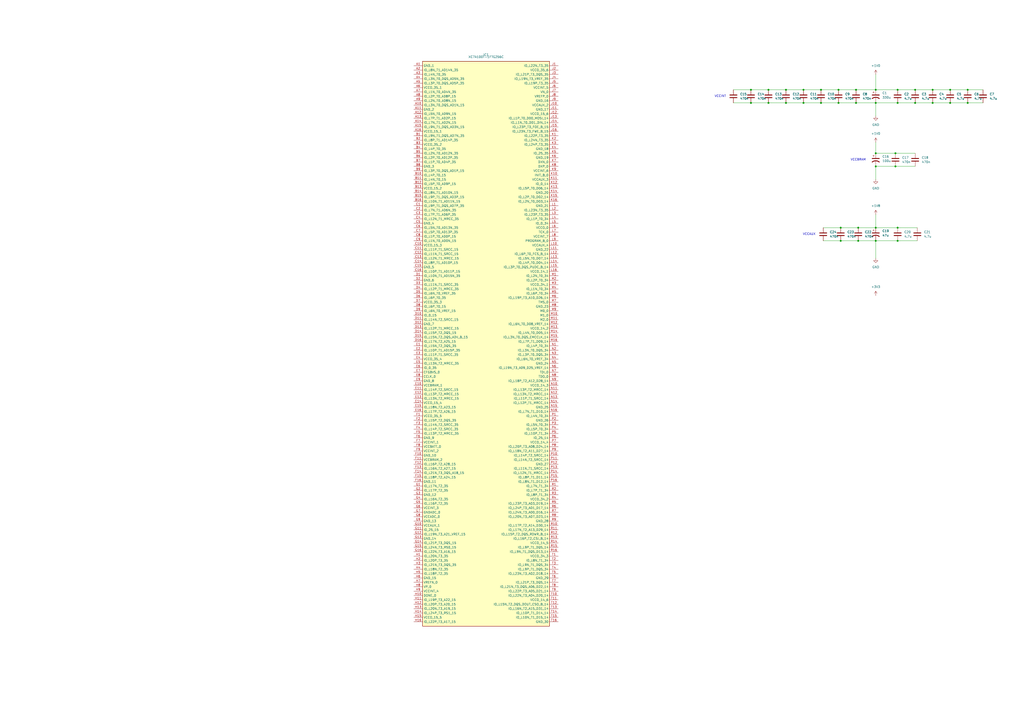
<source format=kicad_sch>
(kicad_sch (version 20250114) (generator "eeschema") (generator_version "9.0")
  (paper "A2")
  (lib_symbols
    (symbol "Device:C" (pin_numbers (hide yes)) (pin_names (offset 0.254))
      (property "Reference" "C" (at 0.635 2.54 0))
      (property "Value" "C" (at 0.635 -2.54 0))
      (symbol "C_0_1"
        (polyline (pts (xy -2.032 0.762) (xy 2.032 0.762)) (stroke (width 0.508)))
        (polyline (pts (xy -2.032 -0.762) (xy 2.032 -0.762)) (stroke (width 0.508)))
      )
      (symbol "C_1_1"
        (pin passive line (at 0 3.81 270) (length 2.794) (name "~") (number "1"))
        (pin passive line (at 0 -3.81 90) (length 2.794) (name "~") (number "2"))
      )
    )
    (symbol "Device:C_Polarized_US" (pin_numbers (hide yes)) (pin_names (offset 0.254) (hide yes))
      (property "Reference" "C" (at 0.635 2.54 0))
      (property "Value" "C_Polarized_US" (at 0.635 -2.54 0))
      (symbol "C_Polarized_US_0_1"
        (polyline (pts (xy -2.032 0.762) (xy 2.032 0.762)) (stroke (width 0.508)))
        (polyline (pts (xy -1.778 2.286) (xy -0.762 2.286)))
        (polyline (pts (xy -1.27 1.778) (xy -1.27 2.794)))
        (arc (start -2.032 -1.27) (mid 0 -0.5572) (end 2.032 -1.27) (stroke (width 0.508)))
      )
      (symbol "C_Polarized_US_1_1"
        (pin passive line (at 0 3.81 270) (length 2.794) (name "~") (number "1"))
        (pin passive line (at 0 -3.81 90) (length 3.302) (name "~") (number "2"))
      )
    )
    (symbol "XC7A100T-1FTG256C:XC7A100T-1FTG256C"
      (property "Reference" "IC" (at 80.01 7.62 0))
      (property "Value" "XC7A100T-1FTG256C" (at 80.01 5.08 0))
      (symbol "XC7A100T-1FTG256C_1_1"
        (rectangle (start 5.08 2.54) (end 78.74 -325.12) (stroke (width 0.254)) (fill (type background)))
        (pin passive line (at 0 0 0) (length 5.08) (name "GND_1") (number "A1"))
        (pin passive line (at 0 -2.54 0) (length 5.08) (name "IO_L8N_T1_AD14N_35") (number "A2"))
        (pin passive line (at 0 -5.08 0) (length 5.08) (name "IO_L4N_T0_35") (number "A3"))
        (pin passive line (at 0 -7.62 0) (length 5.08) (name "IO_L3N_T0_DQS_AD5N_35") (number "A4"))
        (pin passive line (at 0 -10.16 0) (length 5.08) (name "IO_L3P_T0_DQS_AD5P_35") (number "A5"))
        (pin passive line (at 0 -12.7 0) (length 5.08) (name "VCCO_35_1") (number "A6"))
        (pin passive line (at 0 -15.24 0) (length 5.08) (name "IO_L1N_T0_AD4N_35") (number "A7"))
        (pin passive line (at 0 -17.78 0) (length 5.08) (name "IO_L2P_T0_AD8P_15") (number "A8"))
        (pin passive line (at 0 -20.32 0) (length 5.08) (name "IO_L2N_T0_AD8N_15") (number "A9"))
        (pin passive line (at 0 -22.86 0) (length 5.08) (name "IO_L3N_T0_DQS_AD1N_15") (number "A10"))
        (pin passive line (at 0 -25.4 0) (length 5.08) (name "GND_2") (number "A11"))
        (pin passive line (at 0 -27.94 0) (length 5.08) (name "IO_L5N_T0_AD9N_15") (number "A12"))
        (pin passive line (at 0 -30.48 0) (length 5.08) (name "IO_L7P_T1_AD2P_15") (number "A13"))
        (pin passive line (at 0 -33.02 0) (length 5.08) (name "IO_L7N_T1_AD2N_15") (number "A14"))
        (pin passive line (at 0 -35.56 0) (length 5.08) (name "IO_L9N_T1_DQS_AD3N_15") (number "A15"))
        (pin passive line (at 0 -38.1 0) (length 5.08) (name "VCCO_15_1") (number "A16"))
        (pin passive line (at 0 -40.64 0) (length 5.08) (name "IO_L9N_T1_DQS_AD7N_35") (number "B1"))
        (pin passive line (at 0 -43.18 0) (length 5.08) (name "IO_L8P_T1_AD14P_35") (number "B2"))
        (pin passive line (at 0 -45.72 0) (length 5.08) (name "VCCO_35_2") (number "B3"))
        (pin passive line (at 0 -48.26 0) (length 5.08) (name "IO_L4P_T0_35") (number "B4"))
        (pin passive line (at 0 -50.8 0) (length 5.08) (name "IO_L2N_T0_AD12N_35") (number "B5"))
        (pin passive line (at 0 -53.34 0) (length 5.08) (name "IO_L2P_T0_AD12P_35") (number "B6"))
        (pin passive line (at 0 -55.88 0) (length 5.08) (name "IO_L1P_T0_AD4P_35") (number "B7"))
        (pin passive line (at 0 -58.42 0) (length 5.08) (name "GND_3") (number "B8"))
        (pin passive line (at 0 -60.96 0) (length 5.08) (name "IO_L3P_T0_DQS_AD1P_15") (number "B9"))
        (pin passive line (at 0 -63.5 0) (length 5.08) (name "IO_L4P_T0_15") (number "B10"))
        (pin passive line (at 0 -66.04 0) (length 5.08) (name "IO_L4N_T0_15") (number "B11"))
        (pin passive line (at 0 -68.58 0) (length 5.08) (name "IO_L5P_T0_AD9P_15") (number "B12"))
        (pin passive line (at 0 -71.12 0) (length 5.08) (name "VCCO_15_2") (number "B13"))
        (pin passive line (at 0 -73.66 0) (length 5.08) (name "IO_L8N_T1_AD10N_15") (number "B14"))
        (pin passive line (at 0 -76.2 0) (length 5.08) (name "IO_L9P_T1_DQS_AD3P_15") (number "B15"))
        (pin passive line (at 0 -78.74 0) (length 5.08) (name "IO_L10N_T1_AD11N_15") (number "B16"))
        (pin passive line (at 0 -81.28 0) (length 5.08) (name "IO_L9P_T1_DQS_AD7P_35") (number "C1"))
        (pin passive line (at 0 -83.82 0) (length 5.08) (name "IO_L7N_T1_AD6N_35") (number "C2"))
        (pin passive line (at 0 -86.36 0) (length 5.08) (name "IO_L7P_T1_AD6P_35") (number "C3"))
        (pin passive line (at 0 -88.9 0) (length 5.08) (name "IO_L12N_T1_MRCC_35") (number "C4"))
        (pin passive line (at 0 -91.44 0) (length 5.08) (name "GND_4") (number "C5"))
        (pin passive line (at 0 -93.98 0) (length 5.08) (name "IO_L5N_T0_AD13N_35") (number "C6"))
        (pin passive line (at 0 -96.52 0) (length 5.08) (name "IO_L5P_T0_AD13P_35") (number "C7"))
        (pin passive line (at 0 -99.06 0) (length 5.08) (name "IO_L1P_T0_AD0P_15") (number "C8"))
        (pin passive line (at 0 -101.6 0) (length 5.08) (name "IO_L1N_T0_AD0N_15") (number "C9"))
        (pin passive line (at 0 -104.14 0) (length 5.08) (name "VCCO_15_3") (number "C10"))
        (pin passive line (at 0 -106.68 0) (length 5.08) (name "IO_L11P_T1_SRCC_15") (number "C11"))
        (pin passive line (at 0 -109.22 0) (length 5.08) (name "IO_L11N_T1_SRCC_15") (number "C12"))
        (pin passive line (at 0 -111.76 0) (length 5.08) (name "IO_L12N_T1_MRCC_15") (number "C13"))
        (pin passive line (at 0 -114.3 0) (length 5.08) (name "IO_L8P_T1_AD10P_15") (number "C14"))
        (pin passive line (at 0 -116.84 0) (length 5.08) (name "GND_5") (number "C15"))
        (pin passive line (at 0 -119.38 0) (length 5.08) (name "IO_L10P_T1_AD11P_15") (number "C16"))
        (pin passive line (at 0 -121.92 0) (length 5.08) (name "IO_L10N_T1_AD15N_35") (number "D1"))
        (pin passive line (at 0 -124.46 0) (length 5.08) (name "GND_6") (number "D2"))
        (pin passive line (at 0 -127 0) (length 5.08) (name "IO_L11N_T1_SRCC_35") (number "D3"))
        (pin passive line (at 0 -129.54 0) (length 5.08) (name "IO_L12P_T1_MRCC_35") (number "D4"))
        (pin passive line (at 0 -132.08 0) (length 5.08) (name "IO_L6N_T0_VREF_35") (number "D5"))
        (pin passive line (at 0 -134.62 0) (length 5.08) (name "IO_L6P_T0_35") (number "D6"))
        (pin passive line (at 0 -137.16 0) (length 5.08) (name "VCCO_35_3") (number "D7"))
        (pin passive line (at 0 -139.7 0) (length 5.08) (name "IO_L6P_T0_15") (number "D8"))
        (pin passive line (at 0 -142.24 0) (length 5.08) (name "IO_L6N_T0_VREF_15") (number "D9"))
        (pin passive line (at 0 -144.78 0) (length 5.08) (name "IO_0_15") (number "D10"))
        (pin passive line (at 0 -147.32 0) (length 5.08) (name "IO_L14N_T2_SRCC_15") (number "D11"))
        (pin passive line (at 0 -149.86 0) (length 5.08) (name "GND_7") (number "D12"))
        (pin passive line (at 0 -152.4 0) (length 5.08) (name "IO_L12P_T1_MRCC_15") (number "D13"))
        (pin passive line (at 0 -154.94 0) (length 5.08) (name "IO_L15P_T2_DQS_15") (number "D14"))
        (pin passive line (at 0 -157.48 0) (length 5.08) (name "IO_L15N_T2_DQS_ADV_B_15") (number "D15"))
        (pin passive line (at 0 -160.02 0) (length 5.08) (name "IO_L17N_T2_A25_15") (number "D16"))
        (pin passive line (at 0 -162.56 0) (length 5.08) (name "IO_L15N_T2_DQS_35") (number "E1"))
        (pin passive line (at 0 -165.1 0) (length 5.08) (name "IO_L10P_T1_AD15P_35") (number "E2"))
        (pin passive line (at 0 -167.64 0) (length 5.08) (name "IO_L11P_T1_SRCC_35") (number "E3"))
        (pin passive line (at 0 -170.18 0) (length 5.08) (name "VCCO_35_4") (number "E4"))
        (pin passive line (at 0 -172.72 0) (length 5.08) (name "IO_L13N_T2_MRCC_35") (number "E5"))
        (pin passive line (at 0 -175.26 0) (length 5.08) (name "IO_0_35") (number "E6"))
        (pin passive line (at 0 -177.8 0) (length 5.08) (name "CFGBVS_0") (number "E7"))
        (pin passive line (at 0 -180.34 0) (length 5.08) (name "CCLK_0") (number "E8"))
        (pin passive line (at 0 -182.88 0) (length 5.08) (name "GND_8") (number "E9"))
        (pin passive line (at 0 -185.42 0) (length 5.08) (name "VCCBRAM_1") (number "E10"))
        (pin passive line (at 0 -187.96 0) (length 5.08) (name "IO_L14P_T2_SRCC_15") (number "E11"))
        (pin passive line (at 0 -190.5 0) (length 5.08) (name "IO_L13P_T2_MRCC_15") (number "E12"))
        (pin passive line (at 0 -193.04 0) (length 5.08) (name "IO_L13N_T2_MRCC_15") (number "E13"))
        (pin passive line (at 0 -195.58 0) (length 5.08) (name "VCCO_15_4") (number "E14"))
        (pin passive line (at 0 -198.12 0) (length 5.08) (name "IO_L18N_T2_A23_15") (number "E15"))
        (pin passive line (at 0 -200.66 0) (length 5.08) (name "IO_L17P_T2_A26_15") (number "E16"))
        (pin passive line (at 0 -203.2 0) (length 5.08) (name "VCCO_35_5") (number "F1"))
        (pin passive line (at 0 -205.74 0) (length 5.08) (name "IO_L15P_T2_DQS_35") (number "F2"))
        (pin passive line (at 0 -208.28 0) (length 5.08) (name "IO_L14N_T2_SRCC_35") (number "F3"))
        (pin passive line (at 0 -210.82 0) (length 5.08) (name "IO_L14P_T2_SRCC_35") (number "F4"))
        (pin passive line (at 0 -213.36 0) (length 5.08) (name "IO_L13P_T2_MRCC_35") (number "F5"))
        (pin passive line (at 0 -215.9 0) (length 5.08) (name "GND_9") (number "F6"))
        (pin passive line (at 0 -218.44 0) (length 5.08) (name "VCCINT_1") (number "F7"))
        (pin passive line (at 0 -220.98 0) (length 5.08) (name "VCCBATT_0") (number "F8"))
        (pin passive line (at 0 -223.52 0) (length 5.08) (name "VCCINT_2") (number "F9"))
        (pin passive line (at 0 -226.06 0) (length 5.08) (name "GND_10") (number "F10"))
        (pin passive line (at 0 -228.6 0) (length 5.08) (name "VCCBRAM_2") (number "F11"))
        (pin passive line (at 0 -231.14 0) (length 5.08) (name "IO_L16P_T2_A28_15") (number "F12"))
        (pin passive line (at 0 -233.68 0) (length 5.08) (name "IO_L16N_T2_A27_15") (number "F13"))
        (pin passive line (at 0 -236.22 0) (length 5.08) (name "IO_L21N_T3_DQS_A18_15") (number "F14"))
        (pin passive line (at 0 -238.76 0) (length 5.08) (name "IO_L18P_T2_A24_15") (number "F15"))
        (pin passive line (at 0 -241.3 0) (length 5.08) (name "GND_11") (number "F16"))
        (pin passive line (at 0 -243.84 0) (length 5.08) (name "IO_L17N_T2_35") (number "G1"))
        (pin passive line (at 0 -246.38 0) (length 5.08) (name "IO_L17P_T2_35") (number "G2"))
        (pin passive line (at 0 -248.92 0) (length 5.08) (name "GND_12") (number "G3"))
        (pin passive line (at 0 -251.46 0) (length 5.08) (name "IO_L16N_T2_35") (number "G4"))
        (pin passive line (at 0 -254 0) (length 5.08) (name "IO_L16P_T2_35") (number "G5"))
        (pin passive line (at 0 -256.54 0) (length 5.08) (name "VCCINT_3") (number "G6"))
        (pin passive line (at 0 -259.08 0) (length 5.08) (name "GNDADC_0") (number "G7"))
        (pin passive line (at 0 -261.62 0) (length 5.08) (name "VCCADC_0") (number "G8"))
        (pin passive line (at 0 -264.16 0) (length 5.08) (name "GND_13") (number "G9"))
        (pin passive line (at 0 -266.7 0) (length 5.08) (name "VCCAUX_1") (number "G10"))
        (pin passive line (at 0 -269.24 0) (length 5.08) (name "IO_25_15") (number "G11"))
        (pin passive line (at 0 -271.78 0) (length 5.08) (name "IO_L19N_T3_A21_VREF_15") (number "G12"))
        (pin passive line (at 0 -274.32 0) (length 5.08) (name "GND_14") (number "G13"))
        (pin passive line (at 0 -276.86 0) (length 5.08) (name "IO_L21P_T3_DQS_15") (number "G14"))
        (pin passive line (at 0 -279.4 0) (length 5.08) (name "IO_L24N_T3_RS0_15") (number "G15"))
        (pin passive line (at 0 -281.94 0) (length 5.08) (name "IO_L22N_T3_A16_15") (number "G16"))
        (pin passive line (at 0 -284.48 0) (length 5.08) (name "IO_L20N_T3_35") (number "H1"))
        (pin passive line (at 0 -287.02 0) (length 5.08) (name "IO_L20P_T3_35") (number "H2"))
        (pin passive line (at 0 -289.56 0) (length 5.08) (name "IO_L21N_T3_DQS_35") (number "H3"))
        (pin passive line (at 0 -292.1 0) (length 5.08) (name "IO_L18N_T2_35") (number "H4"))
        (pin passive line (at 0 -294.64 0) (length 5.08) (name "IO_L18P_T2_35") (number "H5"))
        (pin passive line (at 0 -297.18 0) (length 5.08) (name "GND_15") (number "H6"))
        (pin passive line (at 0 -299.72 0) (length 5.08) (name "VREFN_0") (number "H7"))
        (pin passive line (at 0 -302.26 0) (length 5.08) (name "VP_0") (number "H8"))
        (pin passive line (at 0 -304.8 0) (length 5.08) (name "VCCINT_4") (number "H9"))
        (pin passive line (at 0 -307.34 0) (length 5.08) (name "DONE_0") (number "H10"))
        (pin passive line (at 0 -309.88 0) (length 5.08) (name "IO_L19P_T3_A22_15") (number "H11"))
        (pin passive line (at 0 -312.42 0) (length 5.08) (name "IO_L20P_T3_A20_15") (number "H12"))
        (pin passive line (at 0 -314.96 0) (length 5.08) (name "IO_L20N_T3_A19_15") (number "H13"))
        (pin passive line (at 0 -317.5 0) (length 5.08) (name "IO_L24P_T3_RS1_15") (number "H14"))
        (pin passive line (at 0 -320.04 0) (length 5.08) (name "VCCO_15_5") (number "H15"))
        (pin passive line (at 0 -322.58 0) (length 5.08) (name "IO_L22P_T3_A17_15") (number "H16"))
        (pin passive line (at 83.82 0 180) (length 5.08) (name "IO_L22N_T3_35") (number "J1"))
        (pin passive line (at 83.82 -2.54 180) (length 5.08) (name "VCCO_35_6") (number "J2"))
        (pin passive line (at 83.82 -5.08 180) (length 5.08) (name "IO_L21P_T3_DQS_35") (number "J3"))
        (pin passive line (at 83.82 -7.62 180) (length 5.08) (name "IO_L19N_T3_VREF_35") (number "J4"))
        (pin passive line (at 83.82 -10.16 180) (length 5.08) (name "IO_L19P_T3_35") (number "J5"))
        (pin passive line (at 83.82 -12.7 180) (length 5.08) (name "VCCINT_5") (number "J6"))
        (pin passive line (at 83.82 -15.24 180) (length 5.08) (name "VN_0") (number "J7"))
        (pin passive line (at 83.82 -17.78 180) (length 5.08) (name "VREFP_0") (number "J8"))
        (pin passive line (at 83.82 -20.32 180) (length 5.08) (name "GND_16") (number "J9"))
        (pin passive line (at 83.82 -22.86 180) (length 5.08) (name "VCCAUX_2") (number "J10"))
        (pin passive line (at 83.82 -25.4 180) (length 5.08) (name "GND_17") (number "J11"))
        (pin passive line (at 83.82 -27.94 180) (length 5.08) (name "VCCO_15_6") (number "J12"))
        (pin passive line (at 83.82 -30.48 180) (length 5.08) (name "IO_L1P_T0_D00_MOSI_14") (number "J13"))
        (pin passive line (at 83.82 -33.02 180) (length 5.08) (name "IO_L1N_T0_D01_DIN_14") (number "J14"))
        (pin passive line (at 83.82 -35.56 180) (length 5.08) (name "IO_L23P_T3_FOE_B_15") (number "J15"))
        (pin passive line (at 83.82 -38.1 180) (length 5.08) (name "IO_L23N_T3_FWE_B_15") (number "J16"))
        (pin passive line (at 83.82 -40.64 180) (length 5.08) (name "IO_L22P_T3_35") (number "K1"))
        (pin passive line (at 83.82 -43.18 180) (length 5.08) (name "IO_L24N_T3_35") (number "K2"))
        (pin passive line (at 83.82 -45.72 180) (length 5.08) (name "IO_L24P_T3_35") (number "K3"))
        (pin passive line (at 83.82 -48.26 180) (length 5.08) (name "GND_18") (number "K4"))
        (pin passive line (at 83.82 -50.8 180) (length 5.08) (name "IO_25_35") (number "K5"))
        (pin passive line (at 83.82 -53.34 180) (length 5.08) (name "GND_19") (number "K6"))
        (pin passive line (at 83.82 -55.88 180) (length 5.08) (name "DXN_0") (number "K7"))
        (pin passive line (at 83.82 -58.42 180) (length 5.08) (name "DXP_0") (number "K8"))
        (pin passive line (at 83.82 -60.96 180) (length 5.08) (name "VCCINT_6") (number "K9"))
        (pin passive line (at 83.82 -63.5 180) (length 5.08) (name "INIT_B_0") (number "K10"))
        (pin passive line (at 83.82 -66.04 180) (length 5.08) (name "VCCAUX_3") (number "K11"))
        (pin passive line (at 83.82 -68.58 180) (length 5.08) (name "IO_0_14") (number "K12"))
        (pin passive line (at 83.82 -71.12 180) (length 5.08) (name "IO_L5P_T0_D06_14") (number "K13"))
        (pin passive line (at 83.82 -73.66 180) (length 5.08) (name "GND_20") (number "K14"))
        (pin passive line (at 83.82 -76.2 180) (length 5.08) (name "IO_L2P_T0_D02_14") (number "K15"))
        (pin passive line (at 83.82 -78.74 180) (length 5.08) (name "IO_L2N_T0_D03_14") (number "K16"))
        (pin passive line (at 83.82 -81.28 180) (length 5.08) (name "GND_21") (number "L1"))
        (pin passive line (at 83.82 -83.82 180) (length 5.08) (name "IO_L23N_T3_35") (number "L2"))
        (pin passive line (at 83.82 -86.36 180) (length 5.08) (name "IO_L23P_T3_35") (number "L3"))
        (pin passive line (at 83.82 -88.9 180) (length 5.08) (name "IO_L1P_T0_34") (number "L4"))
        (pin passive line (at 83.82 -91.44 180) (length 5.08) (name "IO_0_34") (number "L5"))
        (pin passive line (at 83.82 -93.98 180) (length 5.08) (name "VCCO_0") (number "L6"))
        (pin passive line (at 83.82 -96.52 180) (length 5.08) (name "TCK_0") (number "L7"))
        (pin passive line (at 83.82 -99.06 180) (length 5.08) (name "VCCINT_7") (number "L8"))
        (pin passive line (at 83.82 -101.6 180) (length 5.08) (name "PROGRAM_B_0") (number "L9"))
        (pin passive line (at 83.82 -104.14 180) (length 5.08) (name "VCCAUX_4") (number "L10"))
        (pin passive line (at 83.82 -106.68 180) (length 5.08) (name "GND_22") (number "L11"))
        (pin passive line (at 83.82 -109.22 180) (length 5.08) (name "IO_L6P_T0_FCS_B_14") (number "L12"))
        (pin passive line (at 83.82 -111.76 180) (length 5.08) (name "IO_L5N_T0_D07_14") (number "L13"))
        (pin passive line (at 83.82 -114.3 180) (length 5.08) (name "IO_L4P_T0_D04_14") (number "L14"))
        (pin passive line (at 83.82 -116.84 180) (length 5.08) (name "IO_L3P_T0_DQS_PUDC_B_14") (number "L15"))
        (pin passive line (at 83.82 -119.38 180) (length 5.08) (name "VCCO_14_1") (number "L16"))
        (pin passive line (at 83.82 -121.92 180) (length 5.08) (name "IO_L2N_T0_34") (number "M1"))
        (pin passive line (at 83.82 -124.46 180) (length 5.08) (name "IO_L2P_T0_34") (number "M2"))
        (pin passive line (at 83.82 -127 180) (length 5.08) (name "VCCO_34_1") (number "M3"))
        (pin passive line (at 83.82 -129.54 180) (length 5.08) (name "IO_L1N_T0_34") (number "M4"))
        (pin passive line (at 83.82 -132.08 180) (length 5.08) (name "IO_L6P_T0_34") (number "M5"))
        (pin passive line (at 83.82 -134.62 180) (length 5.08) (name "IO_L19P_T3_A10_D26_14") (number "M6"))
        (pin passive line (at 83.82 -137.16 180) (length 5.08) (name "TMS_0") (number "M7"))
        (pin passive line (at 83.82 -139.7 180) (length 5.08) (name "GND_23") (number "M8"))
        (pin passive line (at 83.82 -142.24 180) (length 5.08) (name "M0_0") (number "M9"))
        (pin passive line (at 83.82 -144.78 180) (length 5.08) (name "M1_0") (number "M10"))
        (pin passive line (at 83.82 -147.32 180) (length 5.08) (name "M2_0") (number "M11"))
        (pin passive line (at 83.82 -149.86 180) (length 5.08) (name "IO_L6N_T0_D08_VREF_14") (number "M12"))
        (pin passive line (at 83.82 -152.4 180) (length 5.08) (name "VCCO_14_2") (number "M13"))
        (pin passive line (at 83.82 -154.94 180) (length 5.08) (name "IO_L4N_T0_D05_14") (number "M14"))
        (pin passive line (at 83.82 -157.48 180) (length 5.08) (name "IO_L3N_T0_DQS_EMCCLK_14") (number "M15"))
        (pin passive line (at 83.82 -160.02 180) (length 5.08) (name "IO_L7P_T1_D09_14") (number "M16"))
        (pin passive line (at 83.82 -162.56 180) (length 5.08) (name "IO_L4P_T0_34") (number "N1"))
        (pin passive line (at 83.82 -165.1 180) (length 5.08) (name "IO_L3N_T0_DQS_34") (number "N2"))
        (pin passive line (at 83.82 -167.64 180) (length 5.08) (name "IO_L3P_T0_DQS_34") (number "N3"))
        (pin passive line (at 83.82 -170.18 180) (length 5.08) (name "IO_L6N_T0_VREF_34") (number "N4"))
        (pin passive line (at 83.82 -172.72 180) (length 5.08) (name "GND_24") (number "N5"))
        (pin passive line (at 83.82 -175.26 180) (length 5.08) (name "IO_L19N_T3_A09_D25_VREF_14") (number "N6"))
        (pin passive line (at 83.82 -177.8 180) (length 5.08) (name "TDI_0") (number "N7"))
        (pin passive line (at 83.82 -180.34 180) (length 5.08) (name "TDO_0") (number "N8"))
        (pin passive line (at 83.82 -182.88 180) (length 5.08) (name "IO_L18P_T2_A12_D28_14") (number "N9"))
        (pin passive line (at 83.82 -185.42 180) (length 5.08) (name "VCCO_14_3") (number "N10"))
        (pin passive line (at 83.82 -187.96 180) (length 5.08) (name "IO_L13P_T2_MRCC_14") (number "N11"))
        (pin passive line (at 83.82 -190.5 180) (length 5.08) (name "IO_L13N_T2_MRCC_14") (number "N12"))
        (pin passive line (at 83.82 -193.04 180) (length 5.08) (name "IO_L11P_T1_SRCC_14") (number "N13"))
        (pin passive line (at 83.82 -195.58 180) (length 5.08) (name "IO_L12P_T1_MRCC_14") (number "N14"))
        (pin passive line (at 83.82 -198.12 180) (length 5.08) (name "GND_25") (number "N15"))
        (pin passive line (at 83.82 -200.66 180) (length 5.08) (name "IO_L7N_T1_D10_14") (number "N16"))
        (pin passive line (at 83.82 -203.2 180) (length 5.08) (name "IO_L4N_T0_34") (number "P1"))
        (pin passive line (at 83.82 -205.74 180) (length 5.08) (name "GND_26") (number "P2"))
        (pin passive line (at 83.82 -208.28 180) (length 5.08) (name "IO_L5N_T0_34") (number "P3"))
        (pin passive line (at 83.82 -210.82 180) (length 5.08) (name "IO_L5P_T0_34") (number "P4"))
        (pin passive line (at 83.82 -213.36 180) (length 5.08) (name "IO_L10P_T1_34") (number "P5"))
        (pin passive line (at 83.82 -215.9 180) (length 5.08) (name "IO_25_14") (number "P6"))
        (pin passive line (at 83.82 -218.44 180) (length 5.08) (name "VCCO_14_4") (number "P7"))
        (pin passive line (at 83.82 -220.98 180) (length 5.08) (name "IO_L20P_T3_A08_D24_14") (number "P8"))
        (pin passive line (at 83.82 -223.52 180) (length 5.08) (name "IO_L18N_T2_A11_D27_14") (number "P9"))
        (pin passive line (at 83.82 -226.06 180) (length 5.08) (name "IO_L14P_T2_SRCC_14") (number "P10"))
        (pin passive line (at 83.82 -228.6 180) (length 5.08) (name "IO_L14N_T2_SRCC_14") (number "P11"))
        (pin passive line (at 83.82 -231.14 180) (length 5.08) (name "GND_27") (number "P12"))
        (pin passive line (at 83.82 -233.68 180) (length 5.08) (name "IO_L11N_T1_SRCC_14") (number "P13"))
        (pin passive line (at 83.82 -236.22 180) (length 5.08) (name "IO_L12N_T1_MRCC_14") (number "P14"))
        (pin passive line (at 83.82 -238.76 180) (length 5.08) (name "IO_L8P_T1_D11_14") (number "P15"))
        (pin passive line (at 83.82 -241.3 180) (length 5.08) (name "IO_L8N_T1_D12_14") (number "P16"))
        (pin passive line (at 83.82 -243.84 180) (length 5.08) (name "IO_L7N_T1_34") (number "R1"))
        (pin passive line (at 83.82 -246.38 180) (length 5.08) (name "IO_L7P_T1_34") (number "R2"))
        (pin passive line (at 83.82 -248.92 180) (length 5.08) (name "IO_L8P_T1_34") (number "R3"))
        (pin passive line (at 83.82 -251.46 180) (length 5.08) (name "VCCO_34_2") (number "R4"))
        (pin passive line (at 83.82 -254 180) (length 5.08) (name "IO_L23P_T3_A03_D19_14") (number "R5"))
        (pin passive line (at 83.82 -256.54 180) (length 5.08) (name "IO_L24P_T3_A01_D17_14") (number "R6"))
        (pin passive line (at 83.82 -259.08 180) (length 5.08) (name "IO_L24N_T3_A00_D16_14") (number "R7"))
        (pin passive line (at 83.82 -261.62 180) (length 5.08) (name "IO_L20N_T3_A07_D23_14") (number "R8"))
        (pin passive line (at 83.82 -264.16 180) (length 5.08) (name "GND_28") (number "R9"))
        (pin passive line (at 83.82 -266.7 180) (length 5.08) (name "IO_L17P_T2_A14_D30_14") (number "R10"))
        (pin passive line (at 83.82 -269.24 180) (length 5.08) (name "IO_L17N_T2_A13_D29_14") (number "R11"))
        (pin passive line (at 83.82 -271.78 180) (length 5.08) (name "IO_L15P_T2_DQS_RDWR_B_14") (number "R12"))
        (pin passive line (at 83.82 -274.32 180) (length 5.08) (name "IO_L16P_T2_CSI_B_14") (number "R13"))
        (pin passive line (at 83.82 -276.86 180) (length 5.08) (name "VCCO_14_5") (number "R14"))
        (pin passive line (at 83.82 -279.4 180) (length 5.08) (name "IO_L9P_T1_DQS_14") (number "R15"))
        (pin passive line (at 83.82 -281.94 180) (length 5.08) (name "IO_L9N_T1_DQS_D13_14") (number "R16"))
        (pin passive line (at 83.82 -284.48 180) (length 5.08) (name "VCCO_34_3") (number "T1"))
        (pin passive line (at 83.82 -287.02 180) (length 5.08) (name "IO_L8N_T1_34") (number "T2"))
        (pin passive line (at 83.82 -289.56 180) (length 5.08) (name "IO_L9N_T1_DQS_34") (number "T3"))
        (pin passive line (at 83.82 -292.1 180) (length 5.08) (name "IO_L9P_T1_DQS_34") (number "T4"))
        (pin passive line (at 83.82 -294.64 180) (length 5.08) (name "IO_L23N_T3_A02_D18_14") (number "T5"))
        (pin passive line (at 83.82 -297.18 180) (length 5.08) (name "GND_29") (number "T6"))
        (pin passive line (at 83.82 -299.72 180) (length 5.08) (name "IO_L21P_T3_DQS_14") (number "T7"))
        (pin passive line (at 83.82 -302.26 180) (length 5.08) (name "IO_L21N_T3_DQS_A06_D22_14") (number "T8"))
        (pin passive line (at 83.82 -304.8 180) (length 5.08) (name "IO_L22P_T3_A05_D21_14") (number "T9"))
        (pin passive line (at 83.82 -307.34 180) (length 5.08) (name "IO_L22N_T3_A04_D20_14") (number "T10"))
        (pin passive line (at 83.82 -309.88 180) (length 5.08) (name "VCCO_14_6") (number "T11"))
        (pin passive line (at 83.82 -312.42 180) (length 5.08) (name "IO_L15N_T2_DQS_DOUT_CSO_B_14") (number "T12"))
        (pin passive line (at 83.82 -314.96 180) (length 5.08) (name "IO_L16N_T2_A15_D31_14") (number "T13"))
        (pin passive line (at 83.82 -317.5 180) (length 5.08) (name "IO_L10P_T1_D14_14") (number "T14"))
        (pin passive line (at 83.82 -320.04 180) (length 5.08) (name "IO_L10N_T1_D15_14") (number "T15"))
        (pin passive line (at 83.82 -322.58 180) (length 5.08) (name "GND_30") (number "T16"))
      )
    )
    (symbol "power:+1V0" (power) (pin_numbers (hide yes)) (pin_names (offset 0) (hide yes))
      (property "Value" "+1V0" (at 0 3.556 0))
      (symbol "+1V0_0_1"
        (polyline (pts (xy -0.762 1.27) (xy 0 2.54)))
        (polyline (pts (xy 0 2.54) (xy 0.762 1.27)))
        (polyline (pts (xy 0 0) (xy 0 2.54)))
      )
      (symbol "+1V0_1_1"
        (pin power_in line (at 0 0 90) (length 0) (name "~") (number "1"))
      )
    )
    (symbol "power:+1V8" (power) (pin_numbers (hide yes)) (pin_names (offset 0) (hide yes))
      (property "Value" "+1V8" (at 0 3.556 0))
      (symbol "+1V8_0_1"
        (polyline (pts (xy -0.762 1.27) (xy 0 2.54)))
        (polyline (pts (xy 0 2.54) (xy 0.762 1.27)))
        (polyline (pts (xy 0 0) (xy 0 2.54)))
      )
      (symbol "+1V8_1_1"
        (pin power_in line (at 0 0 90) (length 0) (name "~") (number "1"))
      )
    )
    (symbol "power:+3V3" (power) (pin_numbers (hide yes)) (pin_names (offset 0) (hide yes))
      (property "Value" "+3V3" (at 0 3.556 0))
      (symbol "+3V3_0_1"
        (polyline (pts (xy -0.762 1.27) (xy 0 2.54)))
        (polyline (pts (xy 0 2.54) (xy 0.762 1.27)))
        (polyline (pts (xy 0 0) (xy 0 2.54)))
      )
      (symbol "+3V3_1_1"
        (pin power_in line (at 0 0 90) (length 0) (name "~") (number "1"))
      )
    )
    (symbol "power:GND" (power) (pin_numbers (hide yes)) (pin_names (offset 0) (hide yes))
      (property "Value" "GND" (at 0 -3.81 0))
      (symbol "GND_0_1"
        (polyline (pts (xy 0 0) (xy 0 -1.27) (xy 1.27 -1.27) (xy 0 -2.54) (xy -1.27 -1.27) (xy 0 -1.27)))
      )
      (symbol "GND_1_1"
        (pin power_in line (at 0 0 270) (length 0) (name "~") (number "1"))
      )
    )
  )
  (text "VCCBRAM" (at 497.84 92.71 0) (effects (font (size 1.27 1.27))))
  (text "VCCINT" (at 417.83 55.88 0) (effects (font (size 1.27 1.27))))
  (text "VCCAUX" (at 469.392 135.89 0) (effects (font (size 1.27 1.27))))
  (junction (at 486.41 59.69))
  (junction (at 519.43 96.52))
  (junction (at 486.41 52.07))
  (junction (at 508 59.69))
  (junction (at 497.84 132.08))
  (junction (at 508 139.7))
  (junction (at 476.25 52.07))
  (junction (at 541.02 52.07))
  (junction (at 551.18 52.07))
  (junction (at 508 96.52))
  (junction (at 497.84 139.7))
  (junction (at 551.18 59.69))
  (junction (at 455.93 52.07))
  (junction (at 445.77 52.07))
  (junction (at 520.7 59.69))
  (junction (at 487.68 132.08))
  (junction (at 435.61 59.69))
  (junction (at 530.86 59.69))
  (junction (at 455.93 59.69))
  (junction (at 496.57 52.07))
  (junction (at 520.7 139.7))
  (junction (at 508 52.07))
  (junction (at 519.43 88.9))
  (junction (at 561.34 52.07))
  (junction (at 520.7 52.07))
  (junction (at 487.68 139.7))
  (junction (at 541.02 59.69))
  (junction (at 466.09 59.69))
  (junction (at 508 132.08))
  (junction (at 530.86 52.07))
  (junction (at 496.57 59.69))
  (junction (at 435.61 52.07))
  (junction (at 508 88.9))
  (junction (at 466.09 52.07))
  (junction (at 561.34 59.69))
  (junction (at 520.7 132.08))
  (junction (at 445.77 59.69))
  (junction (at 476.25 59.69))
  (wire (pts (xy 435.61 59.69) (xy 445.77 59.69)))
  (wire (pts (xy 487.68 132.08) (xy 497.84 132.08)))
  (wire (pts (xy 477.52 132.08) (xy 487.68 132.08)))
  (wire (pts (xy 508 139.7) (xy 508 149.86)))
  (wire (pts (xy 530.86 88.9) (xy 519.43 88.9)))
  (wire (pts (xy 445.77 52.07) (xy 455.93 52.07)))
  (wire (pts (xy 541.02 59.69) (xy 530.86 59.69)))
  (wire (pts (xy 520.7 52.07) (xy 508 52.07)))
  (wire (pts (xy 496.57 59.69) (xy 508 59.69)))
  (wire (pts (xy 497.84 139.7) (xy 508 139.7)))
  (wire (pts (xy 508 88.9) (xy 508 82.55)))
  (wire (pts (xy 570.23 52.07) (xy 561.34 52.07)))
  (wire (pts (xy 520.7 59.69) (xy 508 59.69)))
  (wire (pts (xy 532.13 139.7) (xy 520.7 139.7)))
  (wire (pts (xy 476.25 59.69) (xy 486.41 59.69)))
  (wire (pts (xy 520.7 132.08) (xy 508 132.08)))
  (wire (pts (xy 530.86 59.69) (xy 520.7 59.69)))
  (wire (pts (xy 466.09 52.07) (xy 476.25 52.07)))
  (wire (pts (xy 530.86 52.07) (xy 520.7 52.07)))
  (wire (pts (xy 466.09 59.69) (xy 476.25 59.69)))
  (wire (pts (xy 486.41 59.69) (xy 496.57 59.69)))
  (wire (pts (xy 551.18 52.07) (xy 541.02 52.07)))
  (wire (pts (xy 551.18 59.69) (xy 541.02 59.69)))
  (wire (pts (xy 532.13 132.08) (xy 520.7 132.08)))
  (wire (pts (xy 477.52 139.7) (xy 487.68 139.7)))
  (wire (pts (xy 496.57 52.07) (xy 508 52.07)))
  (wire (pts (xy 445.77 59.69) (xy 455.93 59.69)))
  (wire (pts (xy 455.93 59.69) (xy 466.09 59.69)))
  (wire (pts (xy 486.41 52.07) (xy 496.57 52.07)))
  (wire (pts (xy 435.61 52.07) (xy 445.77 52.07)))
  (wire (pts (xy 497.84 132.08) (xy 508 132.08)))
  (wire (pts (xy 425.45 59.69) (xy 435.61 59.69)))
  (wire (pts (xy 476.25 52.07) (xy 486.41 52.07)))
  (wire (pts (xy 570.23 59.69) (xy 561.34 59.69)))
  (wire (pts (xy 508 43.18) (xy 508 52.07)))
  (wire (pts (xy 530.86 96.52) (xy 519.43 96.52)))
  (wire (pts (xy 561.34 59.69) (xy 551.18 59.69)))
  (wire (pts (xy 455.93 52.07) (xy 466.09 52.07)))
  (wire (pts (xy 487.68 139.7) (xy 497.84 139.7)))
  (wire (pts (xy 425.45 52.07) (xy 435.61 52.07)))
  (wire (pts (xy 520.7 139.7) (xy 508 139.7)))
  (wire (pts (xy 519.43 96.52) (xy 508 96.52)))
  (wire (pts (xy 561.34 52.07) (xy 551.18 52.07)))
  (wire (pts (xy 508 96.52) (xy 508 104.14)))
  (wire (pts (xy 508 132.08) (xy 508 124.46)))
  (wire (pts (xy 541.02 52.07) (xy 530.86 52.07)))
  (wire (pts (xy 508 59.69) (xy 508 67.31)))
  (wire (pts (xy 519.43 88.9) (xy 508 88.9)))
  (symbol (lib_id "Device:C") (at 486.41 55.88 0) (unit 1)
    (property "Reference" "C9" (at 490.22 54.6099 0) (effects (justify left)))
    (property "Value" "470n" (at 490.22 57.1499 0) (effects (justify left)))
    (property "Description" "Unpolarized capacitor" (effects (hide yes)))
  )
  (symbol (lib_id "power:+1V0") (at 508 43.18 0) (unit 1)
    (property "Reference" "#PWR01" (effects (hide yes)))
    (property "Value" "+1V0" (at 508 38.1 0))
    (property "Description" "Power symbol creates a global label with name \"+1V0\"" (effects (hide yes)))
  )
  (symbol (lib_id "Device:C") (at 561.34 55.88 0) (unit 1)
    (property "Reference" "C6" (at 565.15 54.6099 0) (effects (justify left)))
    (property "Value" "4.7u" (at 565.15 57.1499 0) (effects (justify left)))
    (property "Description" "Unpolarized capacitor" (effects (hide yes)))
  )
  (symbol (lib_id "Device:C") (at 530.86 92.71 0) (unit 1)
    (property "Reference" "C18" (at 534.67 91.4399 0) (effects (justify left)))
    (property "Value" "470n" (at 534.67 93.9799 0) (effects (justify left)))
    (property "Description" "Unpolarized capacitor" (effects (hide yes)))
  )
  (symbol (lib_id "Device:C") (at 497.84 135.89 0) (unit 1)
    (property "Reference" "C22" (at 501.65 134.6199 0) (effects (justify left)))
    (property "Value" "470n" (at 501.65 137.1599 0) (effects (justify left)))
    (property "Description" "Unpolarized capacitor" (effects (hide yes)))
  )
  (symbol (lib_id "Device:C") (at 530.86 55.88 0) (unit 1)
    (property "Reference" "C3" (at 534.67 54.6099 0) (effects (justify left)))
    (property "Value" "4.7u" (at 534.67 57.1499 0) (effects (justify left)))
    (property "Description" "Unpolarized capacitor" (effects (hide yes)))
  )
  (symbol (lib_id "power:+1V8") (at 508 124.46 0) (unit 1)
    (property "Reference" "#PWR04" (effects (hide yes)))
    (property "Value" "+1V8" (at 508 119.38 0))
    (property "Description" "Power symbol creates a global label with name \"+1V8\"" (effects (hide yes)))
  )
  (symbol (lib_id "power:GND") (at 508 67.31 0) (unit 1)
    (property "Reference" "#PWR02" (effects (hide yes)))
    (property "Value" "GND" (at 508 72.39 0))
    (property "Description" "Power symbol creates a global label with name \"GND\" , ground" (effects (hide yes)))
  )
  (symbol (lib_id "Device:C") (at 541.02 55.88 0) (unit 1)
    (property "Reference" "C4" (at 544.83 54.6099 0) (effects (justify left)))
    (property "Value" "4.7u" (at 544.83 57.1499 0) (effects (justify left)))
    (property "Description" "Unpolarized capacitor" (effects (hide yes)))
  )
  (symbol (lib_id "Device:C_Polarized_US") (at 508 135.89 0) (unit 1)
    (property "Reference" "C19" (at 511.81 133.9849 0) (effects (justify left)))
    (property "Value" "47u" (at 511.81 136.5249 0) (effects (justify left)))
    (property "Description" "Polarized capacitor, US symbol" (effects (hide yes)))
  )
  (symbol (lib_id "Device:C") (at 435.61 55.88 0) (unit 1)
    (property "Reference" "C14" (at 439.42 54.6099 0) (effects (justify left)))
    (property "Value" "470n" (at 439.42 57.1499 0) (effects (justify left)))
    (property "Description" "Unpolarized capacitor" (effects (hide yes)))
  )
  (symbol (lib_id "Device:C") (at 520.7 55.88 0) (unit 1)
    (property "Reference" "C2" (at 524.51 54.6099 0) (effects (justify left)))
    (property "Value" "4.7u" (at 524.51 57.1499 0) (effects (justify left)))
    (property "Description" "Unpolarized capacitor" (effects (hide yes)))
  )
  (symbol (lib_id "Device:C_Polarized_US") (at 508 55.88 0) (unit 1)
    (property "Reference" "C1" (at 511.81 53.9749 0) (effects (justify left)))
    (property "Value" "330u" (at 511.81 56.5149 0) (effects (justify left)))
    (property "Description" "Polarized capacitor, US symbol" (effects (hide yes)))
  )
  (symbol (lib_id "Device:C") (at 519.43 92.71 0) (unit 1)
    (property "Reference" "C17" (at 523.24 91.4399 0) (effects (justify left)))
    (property "Value" "470n" (at 523.24 93.9799 0) (effects (justify left)))
    (property "Description" "Unpolarized capacitor" (effects (hide yes)))
  )
  (symbol (lib_id "Device:C") (at 477.52 135.89 0) (unit 1)
    (property "Reference" "C24" (at 481.33 134.6199 0) (effects (justify left)))
    (property "Value" "470n" (at 481.33 137.1599 0) (effects (justify left)))
    (property "Description" "Unpolarized capacitor" (effects (hide yes)))
  )
  (symbol (lib_id "Device:C") (at 445.77 55.88 0) (unit 1)
    (property "Reference" "C13" (at 449.58 54.6099 0) (effects (justify left)))
    (property "Value" "470n" (at 449.58 57.1499 0) (effects (justify left)))
    (property "Description" "Unpolarized capacitor" (effects (hide yes)))
  )
  (symbol (lib_id "Device:C") (at 496.57 55.88 0) (unit 1)
    (property "Reference" "C8" (at 500.38 54.6099 0) (effects (justify left)))
    (property "Value" "470n" (at 500.38 57.1499 0) (effects (justify left)))
    (property "Description" "Unpolarized capacitor" (effects (hide yes)))
  )
  (symbol (lib_id "Device:C") (at 520.7 135.89 0) (unit 1)
    (property "Reference" "C20" (at 524.51 134.6199 0) (effects (justify left)))
    (property "Value" "4.7u" (at 524.51 137.1599 0) (effects (justify left)))
    (property "Description" "Unpolarized capacitor" (effects (hide yes)))
  )
  (symbol (lib_id "XC7A100T-1FTG256C:XC7A100T-1FTG256C") (at 240.03 38.1 0) (unit 1)
    (property "Reference" "IC1" (at 281.94 31.75 0))
    (property "Value" "XC7A100T-1FTG256C" (at 281.94 33.02 0))
    (property "Footprint" "BGA256C100P16X16_1700X1700X155" (effects (hide yes)))
    (property "Datasheet" "https://www.xilinx.com/support/documentation/data_sheets/ds181_Artix_7_Data_Sheet.pdf" (effects (hide yes)))
    (property "Description" "FPGA, ARTIX-7, 170 I/O, FTBGA-256; No. of Logic Blocks:15850; No. of Macrocells:101440; FPGA Family:Artix-7; Logic Case Style:FTBGA; No. of Pins:256Pins; No. of Speed Grades:1; Total RAM Bits:4860Kbit; No. of I/O s:170I/O s; Clock RoHS Compliant: Yes" (effects (hide yes)))
    (property "Height" "1.55" (effects (hide yes)))
    (property "Manufacturer_Name" "AMD" (effects (hide yes)))
    (property "Manufacturer_Part_Number" "XC7A100T-1FTG256C" (effects (hide yes)))
  )
  (symbol (lib_id "Device:C_Polarized_US") (at 508 92.71 0) (unit 1)
    (property "Reference" "C16" (at 511.81 90.8049 0) (effects (justify left)))
    (property "Value" "100u" (at 511.81 93.3449 0) (effects (justify left)))
    (property "Description" "Polarized capacitor, US symbol" (effects (hide yes)))
  )
  (symbol (lib_id "Device:C") (at 425.45 55.88 0) (unit 1)
    (property "Reference" "C15" (at 429.26 54.6099 0) (effects (justify left)))
    (property "Value" "470n" (at 429.26 57.1499 0) (effects (justify left)))
    (property "Description" "Unpolarized capacitor" (effects (hide yes)))
  )
  (symbol (lib_id "power:+3V3") (at 508 171.45 0) (unit 1)
    (property "Reference" "#PWR07" (effects (hide yes)))
    (property "Value" "+3V3" (at 508 166.37 0))
    (property "Description" "Power symbol creates a global label with name \"+3V3\"" (effects (hide yes)))
  )
  (symbol (lib_id "Device:C") (at 466.09 55.88 0) (unit 1)
    (property "Reference" "C11" (at 469.9 54.6099 0) (effects (justify left)))
    (property "Value" "470n" (at 469.9 57.1499 0) (effects (justify left)))
    (property "Description" "Unpolarized capacitor" (effects (hide yes)))
  )
  (symbol (lib_id "power:GND") (at 508 149.86 0) (unit 1)
    (property "Reference" "#PWR06" (effects (hide yes)))
    (property "Value" "GND" (at 508 154.94 0))
    (property "Description" "Power symbol creates a global label with name \"GND\" , ground" (effects (hide yes)))
  )
  (symbol (lib_id "Device:C") (at 551.18 55.88 0) (unit 1)
    (property "Reference" "C5" (at 554.99 54.6099 0) (effects (justify left)))
    (property "Value" "4.7u" (at 554.99 57.1499 0) (effects (justify left)))
    (property "Description" "Unpolarized capacitor" (effects (hide yes)))
  )
  (symbol (lib_id "Device:C") (at 487.68 135.89 0) (unit 1)
    (property "Reference" "C23" (at 491.49 134.6199 0) (effects (justify left)))
    (property "Value" "470n" (at 491.49 137.1599 0) (effects (justify left)))
    (property "Description" "Unpolarized capacitor" (effects (hide yes)))
  )
  (symbol (lib_id "Device:C") (at 570.23 55.88 0) (unit 1)
    (property "Reference" "C7" (at 574.04 54.6099 0) (effects (justify left)))
    (property "Value" "4.7u" (at 574.04 57.1499 0) (effects (justify left)))
    (property "Description" "Unpolarized capacitor" (effects (hide yes)))
  )
  (symbol (lib_id "Device:C") (at 532.13 135.89 0) (unit 1)
    (property "Reference" "C21" (at 535.94 134.6199 0) (effects (justify left)))
    (property "Value" "4.7u" (at 535.94 137.1599 0) (effects (justify left)))
    (property "Description" "Unpolarized capacitor" (effects (hide yes)))
  )
  (symbol (lib_id "Device:C") (at 455.93 55.88 0) (unit 1)
    (property "Reference" "C12" (at 459.74 54.6099 0) (effects (justify left)))
    (property "Value" "470n" (at 459.74 57.1499 0) (effects (justify left)))
    (property "Description" "Unpolarized capacitor" (effects (hide yes)))
  )
  (symbol (lib_id "power:GND") (at 508 104.14 0) (unit 1)
    (property "Reference" "#PWR05" (effects (hide yes)))
    (property "Value" "GND" (at 508 109.22 0))
    (property "Description" "Power symbol creates a global label with name \"GND\" , ground" (effects (hide yes)))
  )
  (symbol (lib_id "power:+1V0") (at 508 82.55 0) (unit 1)
    (property "Reference" "#PWR03" (effects (hide yes)))
    (property "Value" "+1V0" (at 508 77.47 0))
    (property "Description" "Power symbol creates a global label with name \"+1V0\"" (effects (hide yes)))
  )
  (symbol (lib_id "Device:C") (at 476.25 55.88 0) (unit 1)
    (property "Reference" "C10" (at 480.06 54.6099 0) (effects (justify left)))
    (property "Value" "470n" (at 480.06 57.1499 0) (effects (justify left)))
    (property "Description" "Unpolarized capacitor" (effects (hide yes)))
  )
)
</source>
